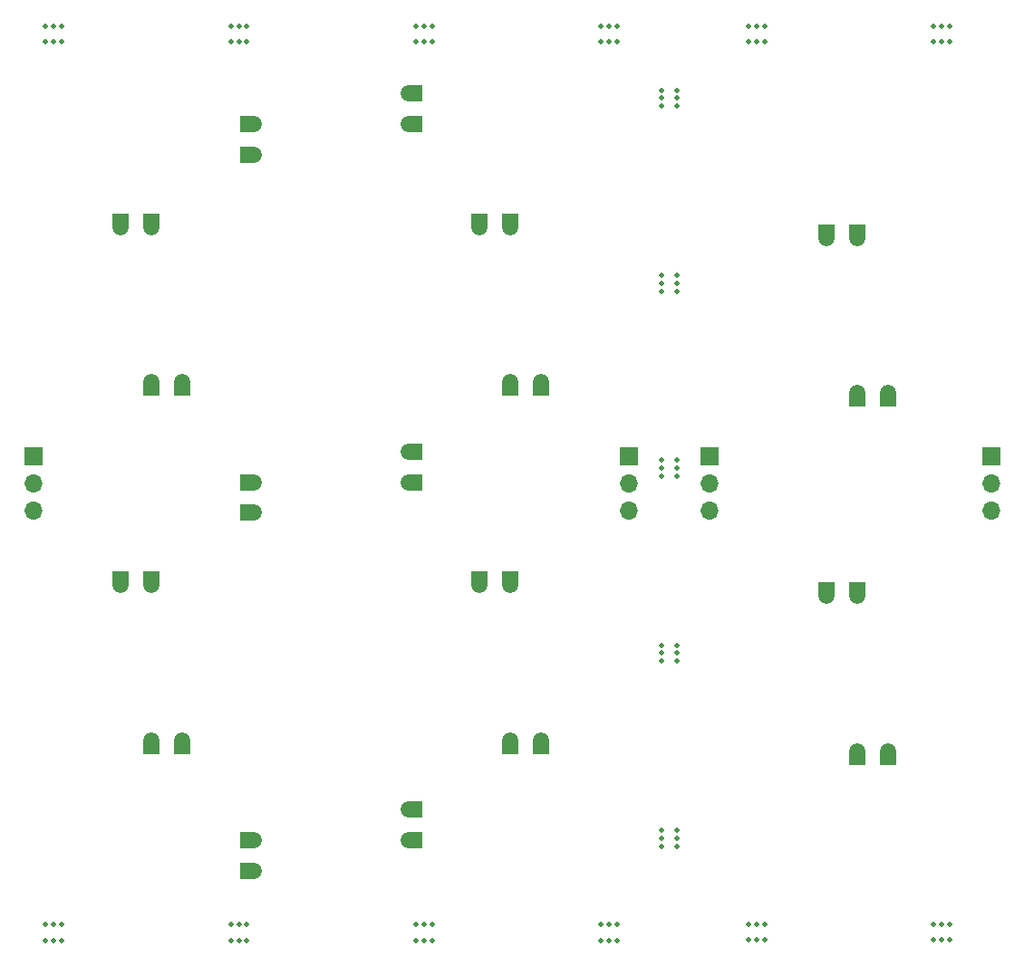
<source format=gts>
%TF.GenerationSoftware,KiCad,Pcbnew,8.0.5*%
%TF.CreationDate,2025-06-19T13:46:46-07:00*%
%TF.ProjectId,clock,636c6f63-6b2e-46b6-9963-61645f706362,rev?*%
%TF.SameCoordinates,Original*%
%TF.FileFunction,Soldermask,Top*%
%TF.FilePolarity,Negative*%
%FSLAX46Y46*%
G04 Gerber Fmt 4.6, Leading zero omitted, Abs format (unit mm)*
G04 Created by KiCad (PCBNEW 8.0.5) date 2025-06-19 13:46:46*
%MOMM*%
%LPD*%
G01*
G04 APERTURE LIST*
G04 Aperture macros list*
%AMFreePoly0*
4,1,32,0.000019,0.750046,0.000046,0.750019,0.000050,0.750000,0.000050,0.749994,0.166891,0.731196,0.325413,0.675727,0.467617,0.586374,0.586374,0.467617,0.675727,0.325413,0.731196,0.166891,0.750000,0.000000,0.731196,-0.166891,0.675727,-0.325413,0.586374,-0.467617,0.467617,-0.586374,0.325413,-0.675727,0.166891,-0.731196,0.000050,-0.749994,0.000050,-0.750000,0.000046,-0.750019,
0.000019,-0.750046,0.000000,-0.750050,-1.250000,-0.750050,-1.250019,-0.750046,-1.250046,-0.750019,-1.250050,-0.750000,-1.250050,0.750000,-1.250046,0.750019,-1.250019,0.750046,-1.250000,0.750050,0.000000,0.750050,0.000019,0.750046,0.000019,0.750046,$1*%
G04 Aperture macros list end*
%ADD10C,0.500000*%
%ADD11FreePoly0,270.000000*%
%ADD12FreePoly0,90.000000*%
%ADD13FreePoly0,0.000000*%
%ADD14FreePoly0,180.000000*%
%ADD15R,1.700000X1.700000*%
%ADD16O,1.700000X1.700000*%
G04 APERTURE END LIST*
D10*
%TO.C,mouse-bite-2mm-slot14*%
X221050000Y-193950000D03*
X222550000Y-193950000D03*
X221050000Y-193200000D03*
X222550000Y-193200000D03*
X221050000Y-192450000D03*
X222550000Y-192450000D03*
%TD*%
%TO.C,mouse-bite-2mm-slot9*%
X229200000Y-201240000D03*
X229200000Y-202740000D03*
X229950000Y-201240000D03*
X229950000Y-202740000D03*
X230700000Y-201240000D03*
X230700000Y-202740000D03*
%TD*%
D11*
%TO.C,D5*%
X204070000Y-136050000D03*
D12*
X206945000Y-150550000D03*
X209820000Y-150550000D03*
D11*
X206945000Y-136050000D03*
%TD*%
D10*
%TO.C,mouse-bite-2mm-slot13*%
X221050000Y-176650000D03*
X222550000Y-176650000D03*
X221050000Y-175900000D03*
X222550000Y-175900000D03*
X221050000Y-175150000D03*
X222550000Y-175150000D03*
%TD*%
%TO.C,mouse-bite-2mm-slot1*%
X180840000Y-117240000D03*
X180840000Y-118740000D03*
X181590000Y-117240000D03*
X181590000Y-118740000D03*
X182340000Y-117240000D03*
X182340000Y-118740000D03*
%TD*%
D12*
%TO.C,D2*%
X176320000Y-184050000D03*
D11*
X173445000Y-169550000D03*
X170570000Y-169550000D03*
D12*
X173445000Y-184050000D03*
%TD*%
D10*
%TO.C,mouse-bite-2mm-slot3*%
X229200000Y-117250000D03*
X229200000Y-118750000D03*
X229950000Y-117250000D03*
X229950000Y-118750000D03*
X230700000Y-117250000D03*
X230700000Y-118750000D03*
%TD*%
%TO.C,mouse-bite-2mm-slot12*%
X221050000Y-159350000D03*
X222550000Y-159350000D03*
X221050000Y-158600000D03*
X222550000Y-158600000D03*
X221050000Y-157850000D03*
X222550000Y-157850000D03*
%TD*%
%TO.C,mouse-bite-2mm-slot6*%
X198140000Y-201250000D03*
X198140000Y-202750000D03*
X198890000Y-201250000D03*
X198890000Y-202750000D03*
X199640000Y-201250000D03*
X199640000Y-202750000D03*
%TD*%
D13*
%TO.C,D4*%
X182950000Y-129280000D03*
D14*
X197450000Y-126405000D03*
X197450000Y-123530000D03*
D13*
X182950000Y-126405000D03*
%TD*%
%TO.C,D6*%
X182950000Y-162780000D03*
D14*
X197450000Y-159905000D03*
X197450000Y-157030000D03*
D13*
X182950000Y-159905000D03*
%TD*%
D15*
%TO.C,J7*%
X251870000Y-157460000D03*
D16*
X251870000Y-160000000D03*
X251870000Y-162540000D03*
%TD*%
D15*
%TO.C,J5*%
X218000000Y-157460000D03*
D16*
X218000000Y-160000000D03*
X218000000Y-162540000D03*
%TD*%
D10*
%TO.C,mouse-bite-2mm-slot8*%
X246500000Y-117250000D03*
X246500000Y-118750000D03*
X247250000Y-117250000D03*
X247250000Y-118750000D03*
X248000000Y-117250000D03*
X248000000Y-118750000D03*
%TD*%
%TO.C,mouse-bite-2mm-slot4*%
X163540000Y-201255000D03*
X163540000Y-202755000D03*
X164290000Y-201255000D03*
X164290000Y-202755000D03*
X165040000Y-201255000D03*
X165040000Y-202755000D03*
%TD*%
%TO.C,mouse-bite-2mm-slot11*%
X221050000Y-142050000D03*
X222550000Y-142050000D03*
X221050000Y-141300000D03*
X222550000Y-141300000D03*
X221050000Y-140550000D03*
X222550000Y-140550000D03*
%TD*%
%TO.C,mouse-bite-2mm-slot10*%
X246500000Y-201240000D03*
X246500000Y-202740000D03*
X247250000Y-201240000D03*
X247250000Y-202740000D03*
X248000000Y-201240000D03*
X248000000Y-202740000D03*
%TD*%
%TO.C,mouse-bite-2mm-slot5*%
X180840000Y-201255000D03*
X180840000Y-202755000D03*
X181590000Y-201255000D03*
X181590000Y-202755000D03*
X182340000Y-201255000D03*
X182340000Y-202755000D03*
%TD*%
%TO.C,mouse-bite-2mm-slot3*%
X215440000Y-117240000D03*
X215440000Y-118740000D03*
X216190000Y-117240000D03*
X216190000Y-118740000D03*
X216940000Y-117240000D03*
X216940000Y-118740000D03*
%TD*%
D15*
%TO.C,J6*%
X225580000Y-157460000D03*
D16*
X225580000Y-160000000D03*
X225580000Y-162540000D03*
%TD*%
D10*
%TO.C,mouse-bite-2mm-slot3*%
X221050000Y-124750000D03*
X222550000Y-124750000D03*
X221050000Y-124000000D03*
X222550000Y-124000000D03*
X221050000Y-123250000D03*
X222550000Y-123250000D03*
%TD*%
D11*
%TO.C,D7*%
X204070000Y-169550000D03*
D12*
X206945000Y-184050000D03*
X209820000Y-184050000D03*
D11*
X206945000Y-169550000D03*
%TD*%
D13*
%TO.C,D1*%
X182950000Y-196280000D03*
D14*
X197450000Y-193405000D03*
X197450000Y-190530000D03*
D13*
X182950000Y-193405000D03*
%TD*%
D12*
%TO.C,D3*%
X176320000Y-150550000D03*
D11*
X173445000Y-136050000D03*
X170570000Y-136050000D03*
D12*
X173445000Y-150550000D03*
%TD*%
D10*
%TO.C,mouse-bite-2mm-slot*%
X163540000Y-117240000D03*
X163540000Y-118740000D03*
X164290000Y-117240000D03*
X164290000Y-118740000D03*
X165040000Y-117240000D03*
X165040000Y-118740000D03*
%TD*%
%TO.C,mouse-bite-2mm-slot7*%
X215440000Y-201255000D03*
X215440000Y-202755000D03*
X216190000Y-201255000D03*
X216190000Y-202755000D03*
X216940000Y-201255000D03*
X216940000Y-202755000D03*
%TD*%
%TO.C,mouse-bite-2mm-slot2*%
X198140000Y-117240000D03*
X198140000Y-118740000D03*
X198890000Y-117240000D03*
X198890000Y-118740000D03*
X199640000Y-117240000D03*
X199640000Y-118740000D03*
%TD*%
D12*
%TO.C,D9*%
X242205000Y-151550000D03*
D11*
X239330000Y-137050000D03*
X236455000Y-137050000D03*
D12*
X239330000Y-151550000D03*
%TD*%
D15*
%TO.C,J1*%
X162400000Y-157460000D03*
D16*
X162400000Y-160000000D03*
X162400000Y-162540000D03*
%TD*%
D12*
%TO.C,D8*%
X242215000Y-185050000D03*
D11*
X239340000Y-170550000D03*
X236465000Y-170550000D03*
D12*
X239340000Y-185050000D03*
%TD*%
M02*

</source>
